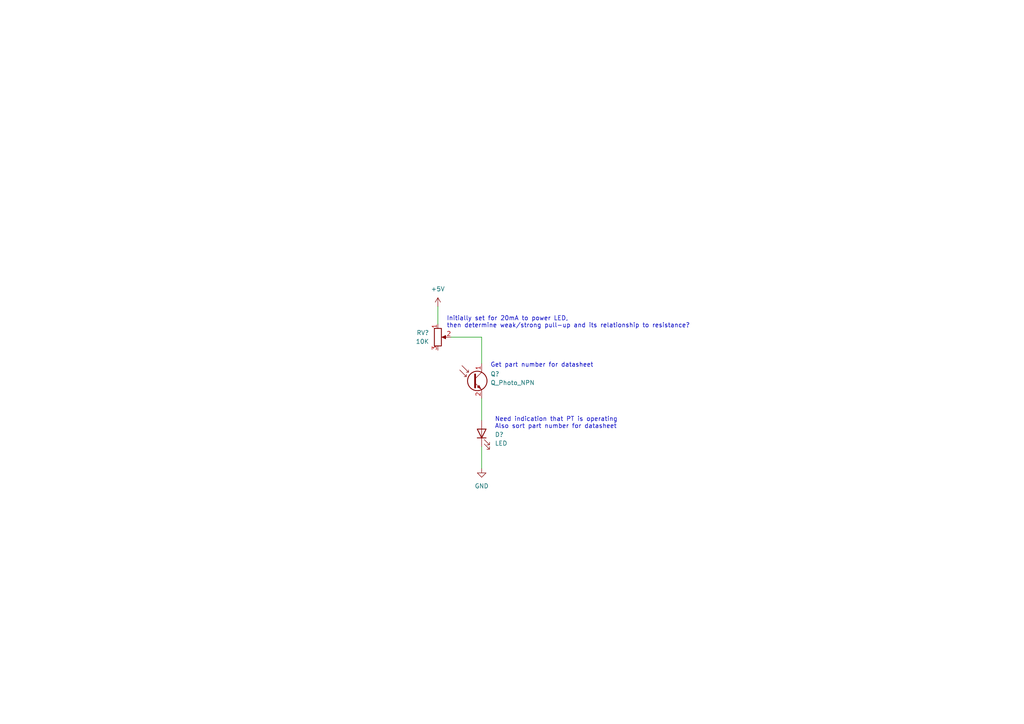
<source format=kicad_sch>
(kicad_sch (version 20211123) (generator eeschema)
  (paper "A4")
  (lib_symbols
    (symbol "Device:LED" (pin_numbers hide) (pin_names (offset 1.016) hide)
      (property "Reference" "D" (at 0 2.54 0))
      (property "Value" "LED" (at 0 -2.54 0))
      (symbol "LED_0_1"
        (polyline (pts (xy -1.27 -1.27) (xy -1.27 1.27)) (stroke (width 0.254)))
        (polyline (pts (xy -1.27 0) (xy 1.27 0)))
        (polyline (pts (xy 1.27 -1.27) (xy 1.27 1.27) (xy -1.27 0) (xy 1.27 -1.27)) (stroke (width 0.254)))
        (polyline (pts (xy -3.048 -0.762) (xy -4.572 -2.286) (xy -3.81 -2.286) (xy -4.572 -2.286) (xy -4.572 -1.524)))
        (polyline (pts (xy -1.778 -0.762) (xy -3.302 -2.286) (xy -2.54 -2.286) (xy -3.302 -2.286) (xy -3.302 -1.524)))
      )
      (symbol "LED_1_1"
        (pin passive line (at -3.81 0 0) (length 2.54) (name "K") (number "1"))
        (pin passive line (at 3.81 0 180) (length 2.54) (name "A") (number "2"))
      )
    )
    (symbol "Device:Q_Photo_NPN" (pin_names (offset 0) hide)
      (property "Reference" "Q" (at 5.08 1.27 0))
      (property "Value" "Q_Photo_NPN" (at 5.08 -1.27 0))
      (symbol "Q_Photo_NPN_0_1"
        (polyline (pts (xy -1.905 1.27) (xy -2.54 1.27)))
        (polyline (pts (xy -1.27 2.54) (xy -1.905 2.54)))
        (polyline (pts (xy 0.635 0.635) (xy 2.54 2.54)))
        (polyline (pts (xy -3.81 3.175) (xy -1.905 1.27) (xy -1.905 1.905)))
        (polyline (pts (xy -3.175 4.445) (xy -1.27 2.54) (xy -1.27 3.175)))
        (polyline (pts (xy 0.635 -0.635) (xy 2.54 -2.54) (xy 2.54 -2.54)))
        (polyline (pts (xy 0.635 1.905) (xy 0.635 -1.905) (xy 0.635 -1.905)) (stroke (width 0.508)))
        (polyline (pts (xy 1.27 -1.778) (xy 1.778 -1.27) (xy 2.286 -2.286) (xy 1.27 -1.778) (xy 1.27 -1.778)) (fill (type outline)))
        (circle (center 1.27 0) (radius 2.8194) (stroke (width 0.254)))
      )
      (symbol "Q_Photo_NPN_1_1"
        (pin passive line (at 2.54 5.08 270) (length 2.54) (name "C") (number "1"))
        (pin passive line (at 2.54 -5.08 90) (length 2.54) (name "E") (number "2"))
      )
    )
    (symbol "Device:R_Potentiometer" (pin_names (offset 1.016) hide)
      (property "Reference" "RV" (at -4.445 0 90))
      (property "Value" "R_Potentiometer" (at -2.54 0 90))
      (symbol "R_Potentiometer_0_1"
        (polyline (pts (xy 2.54 0) (xy 1.524 0)))
        (polyline (pts (xy 1.143 0) (xy 2.286 0.508) (xy 2.286 -0.508) (xy 1.143 0)) (fill (type outline)))
        (rectangle (start 1.016 2.54) (end -1.016 -2.54) (stroke (width 0.254)))
      )
      (symbol "R_Potentiometer_1_1"
        (pin passive line (at 0 3.81 270) (length 1.27) (name "1") (number "1"))
        (pin passive line (at 3.81 0 180) (length 1.27) (name "2") (number "2"))
        (pin passive line (at 0 -3.81 90) (length 1.27) (name "3") (number "3"))
      )
    )
    (symbol "power:+5V" (power) (pin_names (offset 0))
      (property "Value" "+5V" (at 0 3.556 0))
      (symbol "+5V_0_1"
        (polyline (pts (xy -0.762 1.27) (xy 0 2.54)))
        (polyline (pts (xy 0 0) (xy 0 2.54)))
        (polyline (pts (xy 0 2.54) (xy 0.762 1.27)))
      )
      (symbol "+5V_1_1"
        (pin power_in line (at 0 0 90) (length 0) hide (name "+5V") (number "1"))
      )
    )
    (symbol "power:GND" (power) (pin_names (offset 0))
      (property "Value" "GND" (at 0 -3.81 0))
      (symbol "GND_0_1"
        (polyline (pts (xy 0 0) (xy 0 -1.27) (xy 1.27 -1.27) (xy 0 -2.54) (xy -1.27 -1.27) (xy 0 -1.27)))
      )
      (symbol "GND_1_1"
        (pin power_in line (at 0 0 270) (length 0) hide (name "GND") (number "1"))
      )
    )
  )
  (wire (pts (xy 127 88.9) (xy 127 93.98)))
  (wire (pts (xy 139.7 97.79) (xy 139.7 105.41)))
  (wire (pts (xy 139.7 129.54) (xy 139.7 135.89)))
  (wire (pts (xy 139.7 115.57) (xy 139.7 121.92)))
  (wire (pts (xy 130.81 97.79) (xy 139.7 97.79)))
  (text "Need indication that PT is operating\nAlso sort part number for datasheet" (at 143.51 124.46 0) (effects (font (size 1.27 1.27)) (justify left bottom)))
  (text "Get part number for datasheet" (at 142.24 106.68 0) (effects (font (size 1.27 1.27)) (justify left bottom)))
  (text "Initially set for 20mA to power LED,\nthen determine weak/strong pull-up and its relationship to resistance?" (at 129.54 95.25 0) (effects (font (size 1.27 1.27)) (justify left bottom)))
  (symbol (lib_id "Device:Q_Photo_NPN") (at 137.16 110.49 0) (unit 1)
    (property "Reference" "Q?" (at 142.24 108.4706 0) (effects (justify left)))
    (property "Value" "Q_Photo_NPN" (at 142.24 111.0106 0) (effects (justify left)))
  )
  (symbol (lib_id "Device:R_Potentiometer") (at 127 97.79 0) (unit 1)
    (property "Reference" "RV?" (at 124.46 96.5199 0) (effects (justify right)))
    (property "Value" "10K" (at 124.46 99.0599 0) (effects (justify right)))
  )
  (symbol (lib_id "Device:LED") (at 139.7 125.73 90) (unit 1)
    (property "Reference" "D?" (at 143.51 126.0474 90) (effects (justify right)))
    (property "Value" "LED" (at 143.51 128.5874 90) (effects (justify right)))
  )
  (symbol (lib_id "power:+5V") (at 127 88.9 0) (unit 1)
    (property "Reference" "#PWR?" (effects hide))
    (property "Value" "+5V" (at 127 83.82 0))
  )
  (symbol (lib_id "power:GND") (at 139.7 135.89 0) (unit 1)
    (property "Reference" "#PWR?" (effects hide))
    (property "Value" "GND" (at 139.7 140.97 0))
  )
)
</source>
